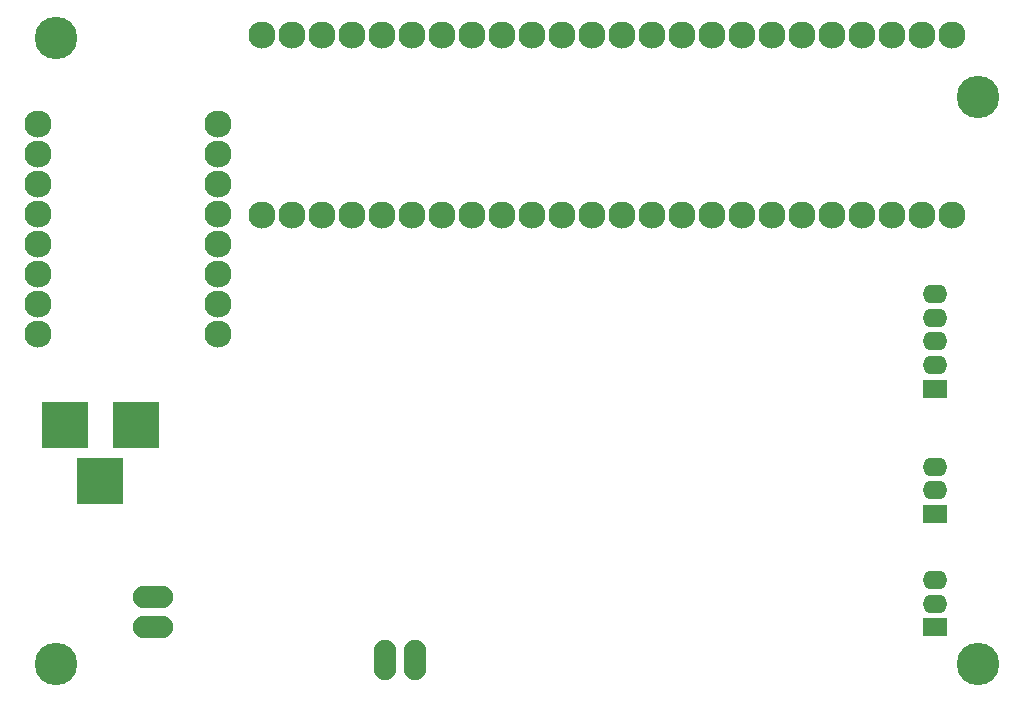
<source format=gbr>
G04 #@! TF.FileFunction,Soldermask,Bot*
%FSLAX46Y46*%
G04 Gerber Fmt 4.6, Leading zero omitted, Abs format (unit mm)*
G04 Created by KiCad (PCBNEW 4.0.2-stable) date 12/24/2016 3:16:37 PM*
%MOMM*%
G01*
G04 APERTURE LIST*
%ADD10C,0.100000*%
%ADD11C,3.600000*%
%ADD12R,3.900120X3.900120*%
%ADD13O,3.414980X1.906220*%
%ADD14R,2.100000X1.600000*%
%ADD15O,2.100000X1.600000*%
%ADD16C,2.300000*%
%ADD17O,1.906220X3.414980*%
G04 APERTURE END LIST*
D10*
D11*
X172000000Y-69000000D03*
X94000000Y-64000000D03*
X94000000Y-117000000D03*
D12*
X100690680Y-96799400D03*
X94691200Y-96799400D03*
X97690940Y-101498400D03*
D13*
X102133400Y-113868200D03*
X102133400Y-111328200D03*
D14*
X168364300Y-93683308D03*
D15*
X168364300Y-91683308D03*
X168364300Y-89683308D03*
X168364300Y-87683308D03*
X168364300Y-85683308D03*
D14*
X168338900Y-113888508D03*
D15*
X168338900Y-111888508D03*
X168338900Y-109888508D03*
D14*
X168364300Y-104300508D03*
D15*
X168364300Y-102300508D03*
X168364300Y-100300508D03*
D16*
X167309800Y-63703200D03*
X164769800Y-63703200D03*
X162229800Y-63703200D03*
X159689800Y-63703200D03*
X157149800Y-63703200D03*
X154609800Y-63703200D03*
X152069800Y-63703200D03*
X149529800Y-63703200D03*
X146989800Y-63703200D03*
X144449800Y-63703200D03*
X141909800Y-63703200D03*
X139369800Y-63703200D03*
X136829800Y-63703200D03*
X136829800Y-78943200D03*
X139369800Y-78943200D03*
X141909800Y-78943200D03*
X144449800Y-78943200D03*
X146989800Y-78943200D03*
X149529800Y-78943200D03*
X152069800Y-78943200D03*
X154609800Y-78943200D03*
X157149800Y-78943200D03*
X159689800Y-78943200D03*
X162229800Y-78943200D03*
X164769800Y-78943200D03*
X167309800Y-78943200D03*
X169849800Y-78943200D03*
X169849800Y-63703200D03*
X134289800Y-78943200D03*
X134289800Y-63703200D03*
X131749800Y-78943200D03*
X129209800Y-78943200D03*
X126669800Y-78943200D03*
X124129800Y-78943200D03*
X121589800Y-78943200D03*
X119049800Y-78943200D03*
X116509800Y-78943200D03*
X113969800Y-78943200D03*
X111429800Y-78943200D03*
X131749800Y-63703200D03*
X129209800Y-63703200D03*
X126669800Y-63703200D03*
X124129800Y-63703200D03*
X121589800Y-63703200D03*
X119049800Y-63703200D03*
X116509800Y-63703200D03*
X113969800Y-63703200D03*
X111429800Y-63703200D03*
X107670600Y-89077800D03*
X107670600Y-86537800D03*
X107670600Y-83997800D03*
X107670600Y-81457800D03*
X107670600Y-78917800D03*
X107670600Y-76377800D03*
X107670600Y-73837800D03*
X107670600Y-71297800D03*
X92430600Y-89077800D03*
X92430600Y-86537800D03*
X92430600Y-83997800D03*
X92430600Y-81457800D03*
X92430600Y-78917800D03*
X92430600Y-76377800D03*
X92430600Y-73837800D03*
X92430600Y-71297800D03*
D17*
X124333000Y-116636800D03*
X121793000Y-116636800D03*
D11*
X172000000Y-117000000D03*
M02*

</source>
